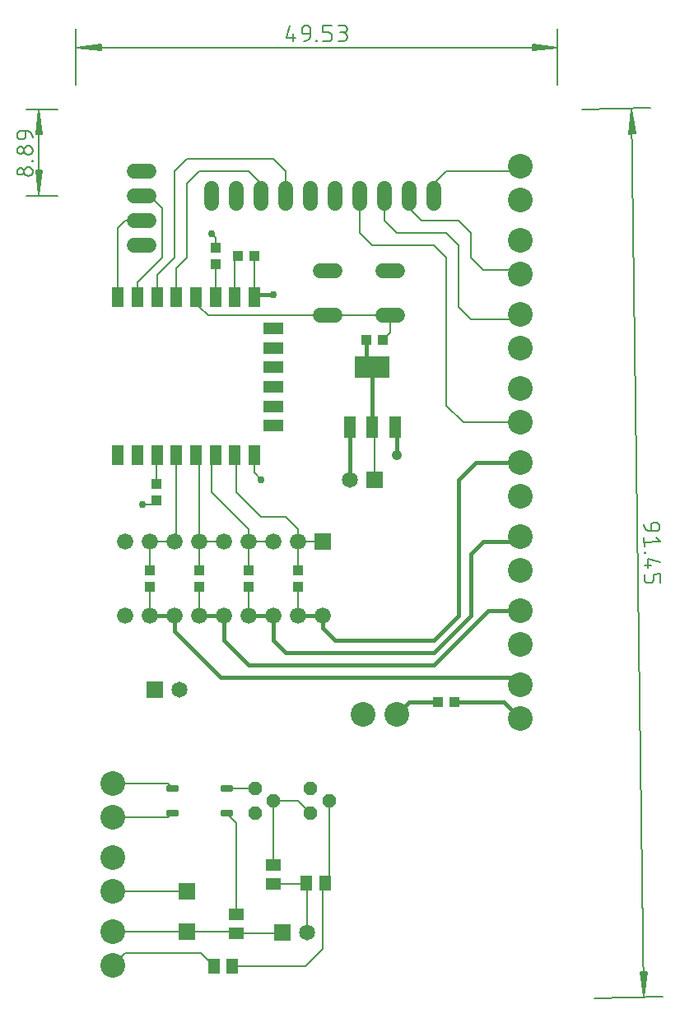
<source format=gbr>
G04 EAGLE Gerber RS-274X export*
G75*
%MOMM*%
%FSLAX34Y34*%
%LPD*%
%INTop Copper*%
%IPPOS*%
%AMOC8*
5,1,8,0,0,1.08239X$1,22.5*%
G01*
%ADD10C,0.130000*%
%ADD11C,0.152400*%
%ADD12R,1.100000X1.000000*%
%ADD13R,1.200000X2.000000*%
%ADD14R,2.000000X1.200000*%
%ADD15R,1.000000X1.100000*%
%ADD16C,2.540000*%
%ADD17C,1.524000*%
%ADD18R,1.219000X2.235000*%
%ADD19R,3.600000X2.200000*%
%ADD20C,1.651000*%
%ADD21R,1.651000X1.651000*%
%ADD22R,1.676400X1.676400*%
%ADD23C,1.676400*%
%ADD24C,0.317500*%
%ADD25R,1.300000X1.500000*%
%ADD26P,1.429621X8X292.500000*%
%ADD27R,1.500000X1.300000*%
%ADD28R,1.700000X1.800000*%
%ADD29C,0.203200*%
%ADD30C,0.756400*%
%ADD31C,0.406400*%
%ADD32C,1.056400*%


D10*
X-50800Y749300D02*
X-50800Y806900D01*
X444500Y806900D02*
X444500Y749300D01*
X443850Y787400D02*
X-50150Y787400D01*
X-24800Y790592D01*
X-24800Y784208D01*
X-50150Y787400D01*
X-24800Y788700D01*
X-24800Y786100D02*
X-50150Y787400D01*
X-24800Y790000D01*
X-24800Y784800D02*
X-50150Y787400D01*
X418500Y790592D02*
X443850Y787400D01*
X418500Y790592D02*
X418500Y784208D01*
X443850Y787400D01*
X418500Y788700D01*
X418500Y786100D02*
X443850Y787400D01*
X418500Y790000D01*
X418500Y784800D02*
X443850Y787400D01*
D11*
X169314Y810163D02*
X165702Y797519D01*
X174733Y797519D01*
X172024Y801132D02*
X172024Y793907D01*
X184946Y801132D02*
X190364Y801132D01*
X184946Y801132D02*
X184828Y801134D01*
X184710Y801140D01*
X184592Y801149D01*
X184475Y801163D01*
X184358Y801180D01*
X184241Y801201D01*
X184126Y801226D01*
X184011Y801255D01*
X183897Y801288D01*
X183785Y801324D01*
X183674Y801364D01*
X183564Y801407D01*
X183455Y801454D01*
X183348Y801504D01*
X183243Y801559D01*
X183140Y801616D01*
X183039Y801677D01*
X182939Y801741D01*
X182842Y801808D01*
X182747Y801878D01*
X182655Y801952D01*
X182564Y802028D01*
X182477Y802108D01*
X182392Y802190D01*
X182310Y802275D01*
X182230Y802362D01*
X182154Y802453D01*
X182080Y802545D01*
X182010Y802640D01*
X181943Y802737D01*
X181879Y802837D01*
X181818Y802938D01*
X181761Y803041D01*
X181706Y803146D01*
X181656Y803253D01*
X181609Y803362D01*
X181566Y803472D01*
X181526Y803583D01*
X181490Y803695D01*
X181457Y803809D01*
X181428Y803924D01*
X181403Y804039D01*
X181382Y804156D01*
X181365Y804273D01*
X181351Y804390D01*
X181342Y804508D01*
X181336Y804626D01*
X181334Y804744D01*
X181333Y804744D02*
X181333Y805647D01*
X181335Y805780D01*
X181341Y805912D01*
X181351Y806044D01*
X181364Y806176D01*
X181382Y806308D01*
X181403Y806438D01*
X181428Y806569D01*
X181457Y806698D01*
X181490Y806826D01*
X181526Y806954D01*
X181566Y807080D01*
X181610Y807205D01*
X181658Y807329D01*
X181709Y807451D01*
X181764Y807572D01*
X181822Y807691D01*
X181884Y807809D01*
X181949Y807924D01*
X182018Y808038D01*
X182089Y808149D01*
X182165Y808258D01*
X182243Y808365D01*
X182324Y808470D01*
X182409Y808572D01*
X182496Y808672D01*
X182586Y808769D01*
X182679Y808864D01*
X182775Y808955D01*
X182873Y809044D01*
X182974Y809130D01*
X183078Y809213D01*
X183184Y809293D01*
X183292Y809369D01*
X183402Y809443D01*
X183515Y809513D01*
X183629Y809580D01*
X183746Y809643D01*
X183864Y809703D01*
X183984Y809760D01*
X184106Y809813D01*
X184229Y809862D01*
X184353Y809908D01*
X184479Y809950D01*
X184606Y809988D01*
X184734Y810023D01*
X184863Y810054D01*
X184992Y810081D01*
X185123Y810104D01*
X185254Y810124D01*
X185386Y810139D01*
X185518Y810151D01*
X185650Y810159D01*
X185783Y810163D01*
X185915Y810163D01*
X186048Y810159D01*
X186180Y810151D01*
X186312Y810139D01*
X186444Y810124D01*
X186575Y810104D01*
X186706Y810081D01*
X186835Y810054D01*
X186964Y810023D01*
X187092Y809988D01*
X187219Y809950D01*
X187345Y809908D01*
X187469Y809862D01*
X187592Y809813D01*
X187714Y809760D01*
X187834Y809703D01*
X187952Y809643D01*
X188069Y809580D01*
X188183Y809513D01*
X188296Y809443D01*
X188406Y809369D01*
X188514Y809293D01*
X188620Y809213D01*
X188724Y809130D01*
X188825Y809044D01*
X188923Y808955D01*
X189019Y808864D01*
X189112Y808769D01*
X189202Y808672D01*
X189289Y808572D01*
X189374Y808470D01*
X189455Y808365D01*
X189533Y808258D01*
X189609Y808149D01*
X189680Y808038D01*
X189749Y807924D01*
X189814Y807809D01*
X189876Y807691D01*
X189934Y807572D01*
X189989Y807451D01*
X190040Y807329D01*
X190088Y807205D01*
X190132Y807080D01*
X190172Y806954D01*
X190208Y806826D01*
X190241Y806698D01*
X190270Y806569D01*
X190295Y806438D01*
X190316Y806308D01*
X190334Y806176D01*
X190347Y806044D01*
X190357Y805912D01*
X190363Y805780D01*
X190365Y805647D01*
X190364Y805647D02*
X190364Y801132D01*
X190362Y800957D01*
X190356Y800783D01*
X190345Y800609D01*
X190330Y800435D01*
X190311Y800261D01*
X190288Y800088D01*
X190261Y799916D01*
X190229Y799744D01*
X190194Y799573D01*
X190154Y799403D01*
X190110Y799234D01*
X190062Y799066D01*
X190010Y798899D01*
X189954Y798734D01*
X189894Y798570D01*
X189831Y798407D01*
X189763Y798247D01*
X189691Y798087D01*
X189616Y797930D01*
X189536Y797774D01*
X189453Y797621D01*
X189367Y797469D01*
X189276Y797320D01*
X189182Y797173D01*
X189085Y797028D01*
X188984Y796885D01*
X188880Y796745D01*
X188772Y796608D01*
X188661Y796473D01*
X188547Y796341D01*
X188430Y796212D01*
X188309Y796085D01*
X188186Y795962D01*
X188059Y795841D01*
X187930Y795724D01*
X187798Y795610D01*
X187663Y795499D01*
X187526Y795391D01*
X187386Y795287D01*
X187243Y795186D01*
X187098Y795089D01*
X186951Y794995D01*
X186802Y794904D01*
X186650Y794818D01*
X186497Y794735D01*
X186341Y794655D01*
X186184Y794580D01*
X186024Y794508D01*
X185864Y794440D01*
X185701Y794377D01*
X185537Y794317D01*
X185372Y794261D01*
X185205Y794209D01*
X185037Y794161D01*
X184868Y794117D01*
X184698Y794077D01*
X184527Y794042D01*
X184355Y794010D01*
X184183Y793983D01*
X184010Y793960D01*
X183836Y793941D01*
X183662Y793926D01*
X183488Y793915D01*
X183314Y793909D01*
X183139Y793907D01*
X196339Y793907D02*
X196339Y794810D01*
X197242Y794810D01*
X197242Y793907D01*
X196339Y793907D01*
X203217Y793907D02*
X208636Y793907D01*
X208754Y793909D01*
X208872Y793915D01*
X208990Y793924D01*
X209107Y793938D01*
X209224Y793955D01*
X209341Y793976D01*
X209456Y794001D01*
X209571Y794030D01*
X209685Y794063D01*
X209797Y794099D01*
X209908Y794139D01*
X210018Y794182D01*
X210127Y794229D01*
X210234Y794279D01*
X210339Y794334D01*
X210442Y794391D01*
X210543Y794452D01*
X210643Y794516D01*
X210740Y794583D01*
X210835Y794653D01*
X210927Y794727D01*
X211018Y794803D01*
X211105Y794883D01*
X211190Y794965D01*
X211272Y795050D01*
X211352Y795137D01*
X211428Y795228D01*
X211502Y795320D01*
X211572Y795415D01*
X211639Y795512D01*
X211703Y795612D01*
X211764Y795713D01*
X211821Y795816D01*
X211876Y795921D01*
X211926Y796028D01*
X211973Y796137D01*
X212016Y796247D01*
X212056Y796358D01*
X212092Y796470D01*
X212125Y796584D01*
X212154Y796699D01*
X212179Y796814D01*
X212200Y796931D01*
X212217Y797048D01*
X212231Y797165D01*
X212240Y797283D01*
X212246Y797401D01*
X212248Y797519D01*
X212248Y799326D01*
X212246Y799444D01*
X212240Y799562D01*
X212231Y799680D01*
X212217Y799797D01*
X212200Y799914D01*
X212179Y800031D01*
X212154Y800146D01*
X212125Y800261D01*
X212092Y800375D01*
X212056Y800487D01*
X212016Y800598D01*
X211973Y800708D01*
X211926Y800817D01*
X211876Y800924D01*
X211821Y801029D01*
X211764Y801132D01*
X211703Y801233D01*
X211639Y801333D01*
X211572Y801430D01*
X211502Y801525D01*
X211428Y801617D01*
X211352Y801708D01*
X211272Y801795D01*
X211190Y801880D01*
X211105Y801962D01*
X211018Y802042D01*
X210927Y802118D01*
X210835Y802192D01*
X210740Y802262D01*
X210643Y802329D01*
X210543Y802393D01*
X210442Y802454D01*
X210339Y802511D01*
X210234Y802566D01*
X210127Y802616D01*
X210018Y802663D01*
X209908Y802706D01*
X209797Y802746D01*
X209685Y802782D01*
X209571Y802815D01*
X209456Y802844D01*
X209341Y802869D01*
X209224Y802890D01*
X209107Y802907D01*
X208990Y802921D01*
X208872Y802930D01*
X208754Y802936D01*
X208636Y802938D01*
X203217Y802938D01*
X203217Y810163D01*
X212248Y810163D01*
X218848Y793907D02*
X223364Y793907D01*
X223497Y793909D01*
X223629Y793915D01*
X223761Y793925D01*
X223893Y793938D01*
X224025Y793956D01*
X224155Y793977D01*
X224286Y794002D01*
X224415Y794031D01*
X224543Y794064D01*
X224671Y794100D01*
X224797Y794140D01*
X224922Y794184D01*
X225046Y794232D01*
X225168Y794283D01*
X225289Y794338D01*
X225408Y794396D01*
X225526Y794458D01*
X225641Y794523D01*
X225755Y794592D01*
X225866Y794663D01*
X225975Y794739D01*
X226082Y794817D01*
X226187Y794898D01*
X226289Y794983D01*
X226389Y795070D01*
X226486Y795160D01*
X226581Y795253D01*
X226672Y795349D01*
X226761Y795447D01*
X226847Y795548D01*
X226930Y795652D01*
X227010Y795758D01*
X227086Y795866D01*
X227160Y795976D01*
X227230Y796089D01*
X227297Y796203D01*
X227360Y796320D01*
X227420Y796438D01*
X227477Y796558D01*
X227530Y796680D01*
X227579Y796803D01*
X227625Y796927D01*
X227667Y797053D01*
X227705Y797180D01*
X227740Y797308D01*
X227771Y797437D01*
X227798Y797566D01*
X227821Y797697D01*
X227841Y797828D01*
X227856Y797960D01*
X227868Y798092D01*
X227876Y798224D01*
X227880Y798357D01*
X227880Y798489D01*
X227876Y798622D01*
X227868Y798754D01*
X227856Y798886D01*
X227841Y799018D01*
X227821Y799149D01*
X227798Y799280D01*
X227771Y799409D01*
X227740Y799538D01*
X227705Y799666D01*
X227667Y799793D01*
X227625Y799919D01*
X227579Y800043D01*
X227530Y800166D01*
X227477Y800288D01*
X227420Y800408D01*
X227360Y800526D01*
X227297Y800643D01*
X227230Y800757D01*
X227160Y800870D01*
X227086Y800980D01*
X227010Y801088D01*
X226930Y801194D01*
X226847Y801298D01*
X226761Y801399D01*
X226672Y801497D01*
X226581Y801593D01*
X226486Y801686D01*
X226389Y801776D01*
X226289Y801863D01*
X226187Y801948D01*
X226082Y802029D01*
X225975Y802107D01*
X225866Y802183D01*
X225755Y802254D01*
X225641Y802323D01*
X225526Y802388D01*
X225408Y802450D01*
X225289Y802508D01*
X225168Y802563D01*
X225046Y802614D01*
X224922Y802662D01*
X224797Y802706D01*
X224671Y802746D01*
X224543Y802782D01*
X224415Y802815D01*
X224286Y802844D01*
X224155Y802869D01*
X224025Y802890D01*
X223893Y802908D01*
X223761Y802921D01*
X223629Y802931D01*
X223497Y802937D01*
X223364Y802939D01*
X224267Y810163D02*
X218848Y810163D01*
X224267Y810163D02*
X224386Y810161D01*
X224506Y810155D01*
X224625Y810145D01*
X224743Y810131D01*
X224862Y810114D01*
X224979Y810092D01*
X225096Y810067D01*
X225211Y810037D01*
X225326Y810004D01*
X225440Y809967D01*
X225552Y809927D01*
X225663Y809882D01*
X225772Y809834D01*
X225880Y809783D01*
X225986Y809728D01*
X226090Y809669D01*
X226192Y809607D01*
X226292Y809542D01*
X226390Y809473D01*
X226486Y809401D01*
X226579Y809326D01*
X226669Y809249D01*
X226757Y809168D01*
X226842Y809084D01*
X226924Y808997D01*
X227004Y808908D01*
X227080Y808816D01*
X227154Y808722D01*
X227224Y808625D01*
X227291Y808527D01*
X227355Y808426D01*
X227415Y808322D01*
X227472Y808217D01*
X227525Y808110D01*
X227575Y808002D01*
X227621Y807892D01*
X227663Y807780D01*
X227702Y807667D01*
X227737Y807553D01*
X227768Y807438D01*
X227796Y807321D01*
X227819Y807204D01*
X227839Y807087D01*
X227855Y806968D01*
X227867Y806849D01*
X227875Y806730D01*
X227879Y806611D01*
X227879Y806491D01*
X227875Y806372D01*
X227867Y806253D01*
X227855Y806134D01*
X227839Y806015D01*
X227819Y805898D01*
X227796Y805781D01*
X227768Y805664D01*
X227737Y805549D01*
X227702Y805435D01*
X227663Y805322D01*
X227621Y805210D01*
X227575Y805100D01*
X227525Y804992D01*
X227472Y804885D01*
X227415Y804780D01*
X227355Y804676D01*
X227291Y804575D01*
X227224Y804477D01*
X227154Y804380D01*
X227080Y804286D01*
X227004Y804194D01*
X226924Y804105D01*
X226842Y804018D01*
X226757Y803934D01*
X226669Y803853D01*
X226579Y803776D01*
X226486Y803701D01*
X226390Y803629D01*
X226292Y803560D01*
X226192Y803495D01*
X226090Y803433D01*
X225986Y803374D01*
X225880Y803319D01*
X225772Y803268D01*
X225663Y803220D01*
X225552Y803175D01*
X225440Y803135D01*
X225326Y803098D01*
X225211Y803065D01*
X225096Y803035D01*
X224979Y803010D01*
X224862Y802988D01*
X224743Y802971D01*
X224625Y802957D01*
X224506Y802947D01*
X224386Y802941D01*
X224267Y802939D01*
X224267Y802938D02*
X220654Y802938D01*
D10*
X-69400Y723900D02*
X-101600Y723900D01*
X-101600Y635000D02*
X-69400Y635000D01*
X-88900Y635650D02*
X-88900Y723250D01*
X-92092Y697900D01*
X-85708Y697900D01*
X-88900Y723250D01*
X-90200Y697900D01*
X-87600Y697900D02*
X-88900Y723250D01*
X-91500Y697900D01*
X-86300Y697900D02*
X-88900Y723250D01*
X-92092Y661000D02*
X-88900Y635650D01*
X-92092Y661000D02*
X-85708Y661000D01*
X-88900Y635650D01*
X-90200Y661000D01*
X-87600Y661000D02*
X-88900Y635650D01*
X-91500Y661000D01*
X-86300Y661000D02*
X-88900Y635650D01*
D11*
X-99923Y655398D02*
X-100056Y655400D01*
X-100188Y655406D01*
X-100320Y655416D01*
X-100452Y655429D01*
X-100584Y655447D01*
X-100714Y655468D01*
X-100845Y655493D01*
X-100974Y655522D01*
X-101102Y655555D01*
X-101230Y655591D01*
X-101356Y655631D01*
X-101481Y655675D01*
X-101605Y655723D01*
X-101727Y655774D01*
X-101848Y655829D01*
X-101967Y655887D01*
X-102085Y655949D01*
X-102200Y656014D01*
X-102314Y656083D01*
X-102425Y656154D01*
X-102534Y656230D01*
X-102641Y656308D01*
X-102746Y656389D01*
X-102848Y656474D01*
X-102948Y656561D01*
X-103045Y656651D01*
X-103140Y656744D01*
X-103231Y656840D01*
X-103320Y656938D01*
X-103406Y657039D01*
X-103489Y657143D01*
X-103569Y657249D01*
X-103645Y657357D01*
X-103719Y657467D01*
X-103789Y657580D01*
X-103856Y657694D01*
X-103919Y657811D01*
X-103979Y657929D01*
X-104036Y658049D01*
X-104089Y658171D01*
X-104138Y658294D01*
X-104184Y658418D01*
X-104226Y658544D01*
X-104264Y658671D01*
X-104299Y658799D01*
X-104330Y658928D01*
X-104357Y659057D01*
X-104380Y659188D01*
X-104400Y659319D01*
X-104415Y659451D01*
X-104427Y659583D01*
X-104435Y659715D01*
X-104439Y659848D01*
X-104439Y659980D01*
X-104435Y660113D01*
X-104427Y660245D01*
X-104415Y660377D01*
X-104400Y660509D01*
X-104380Y660640D01*
X-104357Y660771D01*
X-104330Y660900D01*
X-104299Y661029D01*
X-104264Y661157D01*
X-104226Y661284D01*
X-104184Y661410D01*
X-104138Y661534D01*
X-104089Y661657D01*
X-104036Y661779D01*
X-103979Y661899D01*
X-103919Y662017D01*
X-103856Y662134D01*
X-103789Y662248D01*
X-103719Y662361D01*
X-103645Y662471D01*
X-103569Y662579D01*
X-103489Y662685D01*
X-103406Y662789D01*
X-103320Y662890D01*
X-103231Y662988D01*
X-103140Y663084D01*
X-103045Y663177D01*
X-102948Y663267D01*
X-102848Y663354D01*
X-102746Y663439D01*
X-102641Y663520D01*
X-102534Y663598D01*
X-102425Y663674D01*
X-102314Y663745D01*
X-102200Y663814D01*
X-102085Y663879D01*
X-101967Y663941D01*
X-101848Y663999D01*
X-101727Y664054D01*
X-101605Y664105D01*
X-101481Y664153D01*
X-101356Y664197D01*
X-101230Y664237D01*
X-101102Y664273D01*
X-100974Y664306D01*
X-100845Y664335D01*
X-100714Y664360D01*
X-100584Y664381D01*
X-100452Y664399D01*
X-100320Y664412D01*
X-100188Y664422D01*
X-100056Y664428D01*
X-99923Y664430D01*
X-99790Y664428D01*
X-99658Y664422D01*
X-99526Y664412D01*
X-99394Y664399D01*
X-99262Y664381D01*
X-99132Y664360D01*
X-99001Y664335D01*
X-98872Y664306D01*
X-98744Y664273D01*
X-98616Y664237D01*
X-98490Y664197D01*
X-98365Y664153D01*
X-98241Y664105D01*
X-98119Y664054D01*
X-97998Y663999D01*
X-97879Y663941D01*
X-97761Y663879D01*
X-97646Y663814D01*
X-97532Y663745D01*
X-97421Y663674D01*
X-97312Y663598D01*
X-97205Y663520D01*
X-97100Y663439D01*
X-96998Y663354D01*
X-96898Y663267D01*
X-96801Y663177D01*
X-96706Y663084D01*
X-96615Y662988D01*
X-96526Y662890D01*
X-96440Y662789D01*
X-96357Y662685D01*
X-96277Y662579D01*
X-96201Y662471D01*
X-96127Y662361D01*
X-96057Y662248D01*
X-95990Y662134D01*
X-95927Y662017D01*
X-95867Y661899D01*
X-95810Y661779D01*
X-95757Y661657D01*
X-95708Y661534D01*
X-95662Y661410D01*
X-95620Y661284D01*
X-95582Y661157D01*
X-95547Y661029D01*
X-95516Y660900D01*
X-95489Y660771D01*
X-95466Y660640D01*
X-95446Y660509D01*
X-95431Y660377D01*
X-95419Y660245D01*
X-95411Y660113D01*
X-95407Y659980D01*
X-95407Y659848D01*
X-95411Y659715D01*
X-95419Y659583D01*
X-95431Y659451D01*
X-95446Y659319D01*
X-95466Y659188D01*
X-95489Y659057D01*
X-95516Y658928D01*
X-95547Y658799D01*
X-95582Y658671D01*
X-95620Y658544D01*
X-95662Y658418D01*
X-95708Y658294D01*
X-95757Y658171D01*
X-95810Y658049D01*
X-95867Y657929D01*
X-95927Y657811D01*
X-95990Y657694D01*
X-96057Y657580D01*
X-96127Y657467D01*
X-96201Y657357D01*
X-96277Y657249D01*
X-96357Y657143D01*
X-96440Y657039D01*
X-96526Y656938D01*
X-96615Y656840D01*
X-96706Y656744D01*
X-96801Y656651D01*
X-96898Y656561D01*
X-96998Y656474D01*
X-97100Y656389D01*
X-97205Y656308D01*
X-97312Y656230D01*
X-97421Y656154D01*
X-97532Y656083D01*
X-97646Y656014D01*
X-97761Y655949D01*
X-97879Y655887D01*
X-97998Y655829D01*
X-98119Y655774D01*
X-98241Y655723D01*
X-98365Y655675D01*
X-98490Y655631D01*
X-98616Y655591D01*
X-98744Y655555D01*
X-98872Y655522D01*
X-99001Y655493D01*
X-99132Y655468D01*
X-99262Y655447D01*
X-99394Y655429D01*
X-99526Y655416D01*
X-99658Y655406D01*
X-99790Y655400D01*
X-99923Y655398D01*
X-108051Y656302D02*
X-108170Y656304D01*
X-108290Y656310D01*
X-108409Y656320D01*
X-108527Y656334D01*
X-108646Y656351D01*
X-108763Y656373D01*
X-108880Y656398D01*
X-108995Y656428D01*
X-109110Y656461D01*
X-109224Y656498D01*
X-109336Y656538D01*
X-109447Y656583D01*
X-109556Y656631D01*
X-109664Y656682D01*
X-109770Y656737D01*
X-109874Y656796D01*
X-109976Y656858D01*
X-110076Y656923D01*
X-110174Y656992D01*
X-110270Y657064D01*
X-110363Y657139D01*
X-110453Y657216D01*
X-110541Y657297D01*
X-110626Y657381D01*
X-110708Y657468D01*
X-110788Y657557D01*
X-110864Y657649D01*
X-110938Y657743D01*
X-111008Y657840D01*
X-111075Y657938D01*
X-111139Y658039D01*
X-111199Y658143D01*
X-111256Y658248D01*
X-111309Y658355D01*
X-111359Y658463D01*
X-111405Y658573D01*
X-111447Y658685D01*
X-111486Y658798D01*
X-111521Y658912D01*
X-111552Y659027D01*
X-111580Y659144D01*
X-111603Y659261D01*
X-111623Y659378D01*
X-111639Y659497D01*
X-111651Y659616D01*
X-111659Y659735D01*
X-111663Y659854D01*
X-111663Y659974D01*
X-111659Y660093D01*
X-111651Y660212D01*
X-111639Y660331D01*
X-111623Y660450D01*
X-111603Y660567D01*
X-111580Y660684D01*
X-111552Y660801D01*
X-111521Y660916D01*
X-111486Y661030D01*
X-111447Y661143D01*
X-111405Y661255D01*
X-111359Y661365D01*
X-111309Y661473D01*
X-111256Y661580D01*
X-111199Y661685D01*
X-111139Y661789D01*
X-111075Y661890D01*
X-111008Y661988D01*
X-110938Y662085D01*
X-110864Y662179D01*
X-110788Y662271D01*
X-110708Y662360D01*
X-110626Y662447D01*
X-110541Y662531D01*
X-110453Y662612D01*
X-110363Y662689D01*
X-110270Y662764D01*
X-110174Y662836D01*
X-110076Y662905D01*
X-109976Y662970D01*
X-109874Y663032D01*
X-109770Y663091D01*
X-109664Y663146D01*
X-109556Y663197D01*
X-109447Y663245D01*
X-109336Y663290D01*
X-109224Y663330D01*
X-109110Y663367D01*
X-108995Y663400D01*
X-108880Y663430D01*
X-108763Y663455D01*
X-108646Y663477D01*
X-108527Y663494D01*
X-108409Y663508D01*
X-108290Y663518D01*
X-108170Y663524D01*
X-108051Y663526D01*
X-107932Y663524D01*
X-107812Y663518D01*
X-107693Y663508D01*
X-107575Y663494D01*
X-107456Y663477D01*
X-107339Y663455D01*
X-107222Y663430D01*
X-107107Y663400D01*
X-106992Y663367D01*
X-106878Y663330D01*
X-106766Y663290D01*
X-106655Y663245D01*
X-106546Y663197D01*
X-106438Y663146D01*
X-106332Y663091D01*
X-106228Y663032D01*
X-106126Y662970D01*
X-106026Y662905D01*
X-105928Y662836D01*
X-105832Y662764D01*
X-105739Y662689D01*
X-105649Y662612D01*
X-105561Y662531D01*
X-105476Y662447D01*
X-105394Y662360D01*
X-105314Y662271D01*
X-105238Y662179D01*
X-105164Y662085D01*
X-105094Y661988D01*
X-105027Y661890D01*
X-104963Y661789D01*
X-104903Y661685D01*
X-104846Y661580D01*
X-104793Y661473D01*
X-104743Y661365D01*
X-104697Y661255D01*
X-104655Y661143D01*
X-104616Y661030D01*
X-104581Y660916D01*
X-104550Y660801D01*
X-104522Y660684D01*
X-104499Y660567D01*
X-104479Y660450D01*
X-104463Y660331D01*
X-104451Y660212D01*
X-104443Y660093D01*
X-104439Y659974D01*
X-104439Y659854D01*
X-104443Y659735D01*
X-104451Y659616D01*
X-104463Y659497D01*
X-104479Y659378D01*
X-104499Y659261D01*
X-104522Y659144D01*
X-104550Y659027D01*
X-104581Y658912D01*
X-104616Y658798D01*
X-104655Y658685D01*
X-104697Y658573D01*
X-104743Y658463D01*
X-104793Y658355D01*
X-104846Y658248D01*
X-104903Y658143D01*
X-104963Y658039D01*
X-105027Y657938D01*
X-105094Y657840D01*
X-105164Y657743D01*
X-105238Y657649D01*
X-105314Y657557D01*
X-105394Y657468D01*
X-105476Y657381D01*
X-105561Y657297D01*
X-105649Y657216D01*
X-105739Y657139D01*
X-105832Y657064D01*
X-105928Y656992D01*
X-106026Y656923D01*
X-106126Y656858D01*
X-106228Y656796D01*
X-106332Y656737D01*
X-106438Y656682D01*
X-106546Y656631D01*
X-106655Y656583D01*
X-106766Y656538D01*
X-106878Y656498D01*
X-106992Y656461D01*
X-107107Y656428D01*
X-107222Y656398D01*
X-107339Y656373D01*
X-107456Y656351D01*
X-107575Y656334D01*
X-107693Y656320D01*
X-107812Y656310D01*
X-107932Y656304D01*
X-108051Y656302D01*
X-96310Y670404D02*
X-95407Y670404D01*
X-96310Y670404D02*
X-96310Y671307D01*
X-95407Y671307D01*
X-95407Y670404D01*
X-99923Y677281D02*
X-100056Y677283D01*
X-100188Y677289D01*
X-100320Y677299D01*
X-100452Y677312D01*
X-100584Y677330D01*
X-100714Y677351D01*
X-100845Y677376D01*
X-100974Y677405D01*
X-101102Y677438D01*
X-101230Y677474D01*
X-101356Y677514D01*
X-101481Y677558D01*
X-101605Y677606D01*
X-101727Y677657D01*
X-101848Y677712D01*
X-101967Y677770D01*
X-102085Y677832D01*
X-102200Y677897D01*
X-102314Y677966D01*
X-102425Y678037D01*
X-102534Y678113D01*
X-102641Y678191D01*
X-102746Y678272D01*
X-102848Y678357D01*
X-102948Y678444D01*
X-103045Y678534D01*
X-103140Y678627D01*
X-103231Y678723D01*
X-103320Y678821D01*
X-103406Y678922D01*
X-103489Y679026D01*
X-103569Y679132D01*
X-103645Y679240D01*
X-103719Y679350D01*
X-103789Y679463D01*
X-103856Y679577D01*
X-103919Y679694D01*
X-103979Y679812D01*
X-104036Y679932D01*
X-104089Y680054D01*
X-104138Y680177D01*
X-104184Y680301D01*
X-104226Y680427D01*
X-104264Y680554D01*
X-104299Y680682D01*
X-104330Y680811D01*
X-104357Y680940D01*
X-104380Y681071D01*
X-104400Y681202D01*
X-104415Y681334D01*
X-104427Y681466D01*
X-104435Y681598D01*
X-104439Y681731D01*
X-104439Y681863D01*
X-104435Y681996D01*
X-104427Y682128D01*
X-104415Y682260D01*
X-104400Y682392D01*
X-104380Y682523D01*
X-104357Y682654D01*
X-104330Y682783D01*
X-104299Y682912D01*
X-104264Y683040D01*
X-104226Y683167D01*
X-104184Y683293D01*
X-104138Y683417D01*
X-104089Y683540D01*
X-104036Y683662D01*
X-103979Y683782D01*
X-103919Y683900D01*
X-103856Y684017D01*
X-103789Y684131D01*
X-103719Y684244D01*
X-103645Y684354D01*
X-103569Y684462D01*
X-103489Y684568D01*
X-103406Y684672D01*
X-103320Y684773D01*
X-103231Y684871D01*
X-103140Y684967D01*
X-103045Y685060D01*
X-102948Y685150D01*
X-102848Y685237D01*
X-102746Y685322D01*
X-102641Y685403D01*
X-102534Y685481D01*
X-102425Y685557D01*
X-102314Y685628D01*
X-102200Y685697D01*
X-102085Y685762D01*
X-101967Y685824D01*
X-101848Y685882D01*
X-101727Y685937D01*
X-101605Y685988D01*
X-101481Y686036D01*
X-101356Y686080D01*
X-101230Y686120D01*
X-101102Y686156D01*
X-100974Y686189D01*
X-100845Y686218D01*
X-100714Y686243D01*
X-100584Y686264D01*
X-100452Y686282D01*
X-100320Y686295D01*
X-100188Y686305D01*
X-100056Y686311D01*
X-99923Y686313D01*
X-99790Y686311D01*
X-99658Y686305D01*
X-99526Y686295D01*
X-99394Y686282D01*
X-99262Y686264D01*
X-99132Y686243D01*
X-99001Y686218D01*
X-98872Y686189D01*
X-98744Y686156D01*
X-98616Y686120D01*
X-98490Y686080D01*
X-98365Y686036D01*
X-98241Y685988D01*
X-98119Y685937D01*
X-97998Y685882D01*
X-97879Y685824D01*
X-97761Y685762D01*
X-97646Y685697D01*
X-97532Y685628D01*
X-97421Y685557D01*
X-97312Y685481D01*
X-97205Y685403D01*
X-97100Y685322D01*
X-96998Y685237D01*
X-96898Y685150D01*
X-96801Y685060D01*
X-96706Y684967D01*
X-96615Y684871D01*
X-96526Y684773D01*
X-96440Y684672D01*
X-96357Y684568D01*
X-96277Y684462D01*
X-96201Y684354D01*
X-96127Y684244D01*
X-96057Y684131D01*
X-95990Y684017D01*
X-95927Y683900D01*
X-95867Y683782D01*
X-95810Y683662D01*
X-95757Y683540D01*
X-95708Y683417D01*
X-95662Y683293D01*
X-95620Y683167D01*
X-95582Y683040D01*
X-95547Y682912D01*
X-95516Y682783D01*
X-95489Y682654D01*
X-95466Y682523D01*
X-95446Y682392D01*
X-95431Y682260D01*
X-95419Y682128D01*
X-95411Y681996D01*
X-95407Y681863D01*
X-95407Y681731D01*
X-95411Y681598D01*
X-95419Y681466D01*
X-95431Y681334D01*
X-95446Y681202D01*
X-95466Y681071D01*
X-95489Y680940D01*
X-95516Y680811D01*
X-95547Y680682D01*
X-95582Y680554D01*
X-95620Y680427D01*
X-95662Y680301D01*
X-95708Y680177D01*
X-95757Y680054D01*
X-95810Y679932D01*
X-95867Y679812D01*
X-95927Y679694D01*
X-95990Y679577D01*
X-96057Y679463D01*
X-96127Y679350D01*
X-96201Y679240D01*
X-96277Y679132D01*
X-96357Y679026D01*
X-96440Y678922D01*
X-96526Y678821D01*
X-96615Y678723D01*
X-96706Y678627D01*
X-96801Y678534D01*
X-96898Y678444D01*
X-96998Y678357D01*
X-97100Y678272D01*
X-97205Y678191D01*
X-97312Y678113D01*
X-97421Y678037D01*
X-97532Y677966D01*
X-97646Y677897D01*
X-97761Y677832D01*
X-97879Y677770D01*
X-97998Y677712D01*
X-98119Y677657D01*
X-98241Y677606D01*
X-98365Y677558D01*
X-98490Y677514D01*
X-98616Y677474D01*
X-98744Y677438D01*
X-98872Y677405D01*
X-99001Y677376D01*
X-99132Y677351D01*
X-99262Y677330D01*
X-99394Y677312D01*
X-99526Y677299D01*
X-99658Y677289D01*
X-99790Y677283D01*
X-99923Y677281D01*
X-108051Y678185D02*
X-108170Y678187D01*
X-108290Y678193D01*
X-108409Y678203D01*
X-108527Y678217D01*
X-108646Y678234D01*
X-108763Y678256D01*
X-108880Y678281D01*
X-108995Y678311D01*
X-109110Y678344D01*
X-109224Y678381D01*
X-109336Y678421D01*
X-109447Y678466D01*
X-109556Y678514D01*
X-109664Y678565D01*
X-109770Y678620D01*
X-109874Y678679D01*
X-109976Y678741D01*
X-110076Y678806D01*
X-110174Y678875D01*
X-110270Y678947D01*
X-110363Y679022D01*
X-110453Y679099D01*
X-110541Y679180D01*
X-110626Y679264D01*
X-110708Y679351D01*
X-110788Y679440D01*
X-110864Y679532D01*
X-110938Y679626D01*
X-111008Y679723D01*
X-111075Y679821D01*
X-111139Y679922D01*
X-111199Y680026D01*
X-111256Y680131D01*
X-111309Y680238D01*
X-111359Y680346D01*
X-111405Y680456D01*
X-111447Y680568D01*
X-111486Y680681D01*
X-111521Y680795D01*
X-111552Y680910D01*
X-111580Y681027D01*
X-111603Y681144D01*
X-111623Y681261D01*
X-111639Y681380D01*
X-111651Y681499D01*
X-111659Y681618D01*
X-111663Y681737D01*
X-111663Y681857D01*
X-111659Y681976D01*
X-111651Y682095D01*
X-111639Y682214D01*
X-111623Y682333D01*
X-111603Y682450D01*
X-111580Y682567D01*
X-111552Y682684D01*
X-111521Y682799D01*
X-111486Y682913D01*
X-111447Y683026D01*
X-111405Y683138D01*
X-111359Y683248D01*
X-111309Y683356D01*
X-111256Y683463D01*
X-111199Y683568D01*
X-111139Y683672D01*
X-111075Y683773D01*
X-111008Y683871D01*
X-110938Y683968D01*
X-110864Y684062D01*
X-110788Y684154D01*
X-110708Y684243D01*
X-110626Y684330D01*
X-110541Y684414D01*
X-110453Y684495D01*
X-110363Y684572D01*
X-110270Y684647D01*
X-110174Y684719D01*
X-110076Y684788D01*
X-109976Y684853D01*
X-109874Y684915D01*
X-109770Y684974D01*
X-109664Y685029D01*
X-109556Y685080D01*
X-109447Y685128D01*
X-109336Y685173D01*
X-109224Y685213D01*
X-109110Y685250D01*
X-108995Y685283D01*
X-108880Y685313D01*
X-108763Y685338D01*
X-108646Y685360D01*
X-108527Y685377D01*
X-108409Y685391D01*
X-108290Y685401D01*
X-108170Y685407D01*
X-108051Y685409D01*
X-107932Y685407D01*
X-107812Y685401D01*
X-107693Y685391D01*
X-107575Y685377D01*
X-107456Y685360D01*
X-107339Y685338D01*
X-107222Y685313D01*
X-107107Y685283D01*
X-106992Y685250D01*
X-106878Y685213D01*
X-106766Y685173D01*
X-106655Y685128D01*
X-106546Y685080D01*
X-106438Y685029D01*
X-106332Y684974D01*
X-106228Y684915D01*
X-106126Y684853D01*
X-106026Y684788D01*
X-105928Y684719D01*
X-105832Y684647D01*
X-105739Y684572D01*
X-105649Y684495D01*
X-105561Y684414D01*
X-105476Y684330D01*
X-105394Y684243D01*
X-105314Y684154D01*
X-105238Y684062D01*
X-105164Y683968D01*
X-105094Y683871D01*
X-105027Y683773D01*
X-104963Y683672D01*
X-104903Y683568D01*
X-104846Y683463D01*
X-104793Y683356D01*
X-104743Y683248D01*
X-104697Y683138D01*
X-104655Y683026D01*
X-104616Y682913D01*
X-104581Y682799D01*
X-104550Y682684D01*
X-104522Y682567D01*
X-104499Y682450D01*
X-104479Y682333D01*
X-104463Y682214D01*
X-104451Y682095D01*
X-104443Y681976D01*
X-104439Y681857D01*
X-104439Y681737D01*
X-104443Y681618D01*
X-104451Y681499D01*
X-104463Y681380D01*
X-104479Y681261D01*
X-104499Y681144D01*
X-104522Y681027D01*
X-104550Y680910D01*
X-104581Y680795D01*
X-104616Y680681D01*
X-104655Y680568D01*
X-104697Y680456D01*
X-104743Y680346D01*
X-104793Y680238D01*
X-104846Y680131D01*
X-104903Y680026D01*
X-104963Y679922D01*
X-105027Y679821D01*
X-105094Y679723D01*
X-105164Y679626D01*
X-105238Y679532D01*
X-105314Y679440D01*
X-105394Y679351D01*
X-105476Y679264D01*
X-105561Y679180D01*
X-105649Y679099D01*
X-105739Y679022D01*
X-105832Y678947D01*
X-105928Y678875D01*
X-106026Y678806D01*
X-106126Y678741D01*
X-106228Y678679D01*
X-106332Y678620D01*
X-106438Y678565D01*
X-106546Y678514D01*
X-106655Y678466D01*
X-106766Y678421D01*
X-106878Y678381D01*
X-106992Y678344D01*
X-107107Y678311D01*
X-107222Y678281D01*
X-107339Y678256D01*
X-107456Y678234D01*
X-107575Y678217D01*
X-107693Y678203D01*
X-107812Y678193D01*
X-107932Y678187D01*
X-108051Y678185D01*
X-102632Y696525D02*
X-102632Y701944D01*
X-102632Y696525D02*
X-102634Y696407D01*
X-102640Y696289D01*
X-102649Y696171D01*
X-102663Y696054D01*
X-102680Y695937D01*
X-102701Y695820D01*
X-102726Y695705D01*
X-102755Y695590D01*
X-102788Y695476D01*
X-102824Y695364D01*
X-102864Y695253D01*
X-102907Y695143D01*
X-102954Y695034D01*
X-103004Y694927D01*
X-103059Y694822D01*
X-103116Y694719D01*
X-103177Y694618D01*
X-103241Y694518D01*
X-103308Y694421D01*
X-103378Y694326D01*
X-103452Y694234D01*
X-103528Y694143D01*
X-103608Y694056D01*
X-103690Y693971D01*
X-103775Y693889D01*
X-103862Y693809D01*
X-103953Y693733D01*
X-104045Y693659D01*
X-104140Y693589D01*
X-104237Y693522D01*
X-104337Y693458D01*
X-104438Y693397D01*
X-104541Y693340D01*
X-104646Y693285D01*
X-104753Y693235D01*
X-104862Y693188D01*
X-104972Y693145D01*
X-105083Y693105D01*
X-105195Y693069D01*
X-105309Y693036D01*
X-105424Y693007D01*
X-105539Y692982D01*
X-105656Y692961D01*
X-105773Y692944D01*
X-105890Y692930D01*
X-106008Y692921D01*
X-106126Y692915D01*
X-106244Y692913D01*
X-107147Y692913D01*
X-107280Y692915D01*
X-107412Y692921D01*
X-107544Y692931D01*
X-107676Y692944D01*
X-107808Y692962D01*
X-107938Y692983D01*
X-108069Y693008D01*
X-108198Y693037D01*
X-108326Y693070D01*
X-108454Y693106D01*
X-108580Y693146D01*
X-108705Y693190D01*
X-108829Y693238D01*
X-108951Y693289D01*
X-109072Y693344D01*
X-109191Y693402D01*
X-109309Y693464D01*
X-109424Y693529D01*
X-109538Y693598D01*
X-109649Y693669D01*
X-109758Y693745D01*
X-109865Y693823D01*
X-109970Y693904D01*
X-110072Y693989D01*
X-110172Y694076D01*
X-110269Y694166D01*
X-110364Y694259D01*
X-110455Y694355D01*
X-110544Y694453D01*
X-110630Y694554D01*
X-110713Y694658D01*
X-110793Y694764D01*
X-110869Y694872D01*
X-110943Y694982D01*
X-111013Y695095D01*
X-111080Y695209D01*
X-111143Y695326D01*
X-111203Y695444D01*
X-111260Y695564D01*
X-111313Y695686D01*
X-111362Y695809D01*
X-111408Y695933D01*
X-111450Y696059D01*
X-111488Y696186D01*
X-111523Y696314D01*
X-111554Y696443D01*
X-111581Y696572D01*
X-111604Y696703D01*
X-111624Y696834D01*
X-111639Y696966D01*
X-111651Y697098D01*
X-111659Y697230D01*
X-111663Y697363D01*
X-111663Y697495D01*
X-111659Y697628D01*
X-111651Y697760D01*
X-111639Y697892D01*
X-111624Y698024D01*
X-111604Y698155D01*
X-111581Y698286D01*
X-111554Y698415D01*
X-111523Y698544D01*
X-111488Y698672D01*
X-111450Y698799D01*
X-111408Y698925D01*
X-111362Y699049D01*
X-111313Y699172D01*
X-111260Y699294D01*
X-111203Y699414D01*
X-111143Y699532D01*
X-111080Y699649D01*
X-111013Y699763D01*
X-110943Y699876D01*
X-110869Y699986D01*
X-110793Y700094D01*
X-110713Y700200D01*
X-110630Y700304D01*
X-110544Y700405D01*
X-110455Y700503D01*
X-110364Y700599D01*
X-110269Y700692D01*
X-110172Y700782D01*
X-110072Y700869D01*
X-109970Y700954D01*
X-109865Y701035D01*
X-109758Y701113D01*
X-109649Y701189D01*
X-109538Y701260D01*
X-109424Y701329D01*
X-109309Y701394D01*
X-109191Y701456D01*
X-109072Y701514D01*
X-108951Y701569D01*
X-108829Y701620D01*
X-108705Y701668D01*
X-108580Y701712D01*
X-108454Y701752D01*
X-108326Y701788D01*
X-108198Y701821D01*
X-108069Y701850D01*
X-107938Y701875D01*
X-107808Y701896D01*
X-107676Y701914D01*
X-107544Y701927D01*
X-107412Y701937D01*
X-107280Y701943D01*
X-107147Y701945D01*
X-107147Y701944D02*
X-102632Y701944D01*
X-102457Y701942D01*
X-102283Y701936D01*
X-102109Y701925D01*
X-101935Y701910D01*
X-101761Y701891D01*
X-101588Y701868D01*
X-101416Y701841D01*
X-101244Y701809D01*
X-101073Y701774D01*
X-100903Y701734D01*
X-100734Y701690D01*
X-100566Y701642D01*
X-100399Y701590D01*
X-100234Y701534D01*
X-100070Y701474D01*
X-99907Y701411D01*
X-99747Y701343D01*
X-99587Y701271D01*
X-99430Y701196D01*
X-99274Y701116D01*
X-99121Y701033D01*
X-98969Y700947D01*
X-98820Y700856D01*
X-98673Y700762D01*
X-98528Y700665D01*
X-98385Y700564D01*
X-98245Y700460D01*
X-98108Y700352D01*
X-97973Y700241D01*
X-97841Y700127D01*
X-97712Y700010D01*
X-97585Y699889D01*
X-97462Y699766D01*
X-97341Y699639D01*
X-97224Y699510D01*
X-97110Y699378D01*
X-96999Y699243D01*
X-96891Y699106D01*
X-96787Y698966D01*
X-96686Y698823D01*
X-96589Y698678D01*
X-96495Y698531D01*
X-96404Y698382D01*
X-96318Y698230D01*
X-96235Y698077D01*
X-96155Y697921D01*
X-96080Y697764D01*
X-96008Y697604D01*
X-95940Y697444D01*
X-95877Y697281D01*
X-95817Y697117D01*
X-95761Y696952D01*
X-95709Y696785D01*
X-95661Y696617D01*
X-95617Y696448D01*
X-95577Y696278D01*
X-95542Y696107D01*
X-95510Y695935D01*
X-95483Y695763D01*
X-95460Y695590D01*
X-95441Y695416D01*
X-95426Y695242D01*
X-95415Y695068D01*
X-95409Y694894D01*
X-95407Y694719D01*
D10*
X482600Y-190500D02*
X552888Y-189524D01*
X540188Y724876D02*
X469900Y723900D01*
X520699Y723956D02*
X533381Y-189145D01*
X536221Y-163753D01*
X529837Y-163841D01*
X533381Y-189145D01*
X534329Y-163779D01*
X531729Y-163815D02*
X533381Y-189145D01*
X535629Y-163761D01*
X530429Y-163833D02*
X533381Y-189145D01*
X524243Y698652D02*
X520699Y723956D01*
X524243Y698652D02*
X517859Y698564D01*
X520699Y723956D01*
X522351Y698626D01*
X519751Y698590D02*
X520699Y723956D01*
X523651Y698644D01*
X518452Y698572D02*
X520699Y723956D01*
D11*
X540389Y295130D02*
X540464Y289711D01*
X540389Y295130D02*
X540390Y295248D01*
X540394Y295366D01*
X540402Y295484D01*
X540414Y295601D01*
X540429Y295719D01*
X540449Y295835D01*
X540472Y295951D01*
X540499Y296066D01*
X540530Y296180D01*
X540565Y296293D01*
X540603Y296405D01*
X540645Y296516D01*
X540690Y296625D01*
X540740Y296732D01*
X540792Y296838D01*
X540848Y296942D01*
X540907Y297044D01*
X540970Y297145D01*
X541036Y297243D01*
X541105Y297339D01*
X541177Y297432D01*
X541252Y297523D01*
X541331Y297612D01*
X541412Y297698D01*
X541495Y297782D01*
X541582Y297862D01*
X541671Y297940D01*
X541762Y298015D01*
X541856Y298086D01*
X541953Y298155D01*
X542051Y298220D01*
X542152Y298283D01*
X542254Y298341D01*
X542358Y298397D01*
X542465Y298449D01*
X542572Y298497D01*
X542682Y298542D01*
X542792Y298584D01*
X542904Y298621D01*
X543018Y298656D01*
X543132Y298686D01*
X543247Y298712D01*
X543363Y298735D01*
X543480Y298754D01*
X543597Y298769D01*
X543714Y298781D01*
X543832Y298788D01*
X543951Y298792D01*
X543950Y298792D02*
X544853Y298805D01*
X544853Y298806D02*
X544987Y298805D01*
X545121Y298801D01*
X545254Y298793D01*
X545388Y298781D01*
X545520Y298765D01*
X545653Y298745D01*
X545784Y298722D01*
X545915Y298694D01*
X546045Y298662D01*
X546175Y298627D01*
X546303Y298588D01*
X546429Y298545D01*
X546555Y298498D01*
X546679Y298448D01*
X546801Y298394D01*
X546922Y298336D01*
X547041Y298275D01*
X547158Y298210D01*
X547273Y298142D01*
X547386Y298070D01*
X547497Y297996D01*
X547606Y297917D01*
X547712Y297836D01*
X547816Y297752D01*
X547917Y297664D01*
X548016Y297574D01*
X548112Y297481D01*
X548205Y297384D01*
X548295Y297286D01*
X548383Y297184D01*
X548467Y297080D01*
X548548Y296974D01*
X548626Y296865D01*
X548701Y296754D01*
X548772Y296641D01*
X548840Y296525D01*
X548905Y296408D01*
X548966Y296289D01*
X549023Y296168D01*
X549077Y296045D01*
X549127Y295921D01*
X549174Y295796D01*
X549216Y295669D01*
X549255Y295541D01*
X549290Y295412D01*
X549322Y295282D01*
X549349Y295151D01*
X549373Y295019D01*
X549392Y294887D01*
X549408Y294754D01*
X549420Y294620D01*
X549428Y294487D01*
X549432Y294353D01*
X549431Y294219D01*
X549427Y294085D01*
X549419Y293952D01*
X549407Y293819D01*
X549391Y293686D01*
X549372Y293553D01*
X549348Y293422D01*
X549320Y293291D01*
X549288Y293161D01*
X549253Y293032D01*
X549214Y292904D01*
X549171Y292777D01*
X549124Y292651D01*
X549074Y292527D01*
X549020Y292405D01*
X548962Y292284D01*
X548901Y292165D01*
X548836Y292048D01*
X548768Y291933D01*
X548696Y291820D01*
X548622Y291709D01*
X548543Y291600D01*
X548462Y291494D01*
X548378Y291390D01*
X548290Y291289D01*
X548200Y291190D01*
X548107Y291094D01*
X548010Y291001D01*
X547912Y290911D01*
X547810Y290823D01*
X547706Y290739D01*
X547600Y290658D01*
X547491Y290580D01*
X547380Y290505D01*
X547267Y290434D01*
X547151Y290366D01*
X547034Y290302D01*
X546915Y290241D01*
X546794Y290183D01*
X546672Y290129D01*
X546547Y290079D01*
X546422Y290033D01*
X546295Y289990D01*
X546167Y289951D01*
X546038Y289916D01*
X545908Y289884D01*
X545777Y289857D01*
X545645Y289833D01*
X545513Y289814D01*
X545380Y289798D01*
X545247Y289786D01*
X545113Y289778D01*
X544979Y289774D01*
X544979Y289775D02*
X540464Y289711D01*
X540464Y289712D02*
X540287Y289711D01*
X540109Y289715D01*
X539932Y289724D01*
X539755Y289737D01*
X539579Y289754D01*
X539403Y289775D01*
X539227Y289801D01*
X539053Y289831D01*
X538879Y289865D01*
X538705Y289904D01*
X538533Y289946D01*
X538362Y289994D01*
X538193Y290045D01*
X538024Y290100D01*
X537857Y290159D01*
X537692Y290223D01*
X537528Y290291D01*
X537365Y290362D01*
X537205Y290438D01*
X537046Y290517D01*
X536890Y290601D01*
X536735Y290688D01*
X536583Y290779D01*
X536433Y290873D01*
X536286Y290971D01*
X536141Y291073D01*
X535998Y291179D01*
X535858Y291288D01*
X535721Y291400D01*
X535586Y291515D01*
X535455Y291634D01*
X535326Y291756D01*
X535200Y291881D01*
X535078Y292010D01*
X534959Y292141D01*
X534843Y292275D01*
X534730Y292412D01*
X534620Y292551D01*
X534515Y292694D01*
X534412Y292839D01*
X534314Y292986D01*
X534218Y293135D01*
X534127Y293287D01*
X534039Y293442D01*
X533955Y293598D01*
X533875Y293756D01*
X533799Y293916D01*
X533727Y294078D01*
X533659Y294242D01*
X533595Y294407D01*
X533535Y294574D01*
X533479Y294742D01*
X533427Y294912D01*
X533380Y295083D01*
X533336Y295255D01*
X533297Y295428D01*
X533262Y295602D01*
X533232Y295776D01*
X533205Y295952D01*
X533183Y296127D01*
X533166Y296304D01*
X533152Y296481D01*
X533143Y296658D01*
X533139Y296835D01*
X545975Y283188D02*
X549650Y278723D01*
X533395Y278496D01*
X533332Y283011D02*
X533458Y273981D01*
X533542Y268007D02*
X534445Y268019D01*
X534457Y267116D01*
X533554Y267104D01*
X533542Y268007D01*
X537250Y261180D02*
X549943Y257744D01*
X537250Y261180D02*
X537376Y252150D01*
X540950Y254909D02*
X533726Y254808D01*
X533856Y245500D02*
X533932Y240082D01*
X533936Y239963D01*
X533943Y239845D01*
X533955Y239728D01*
X533970Y239611D01*
X533989Y239494D01*
X534012Y239378D01*
X534038Y239263D01*
X534068Y239149D01*
X534103Y239035D01*
X534140Y238923D01*
X534182Y238813D01*
X534227Y238703D01*
X534275Y238596D01*
X534327Y238489D01*
X534383Y238385D01*
X534441Y238283D01*
X534504Y238182D01*
X534569Y238084D01*
X534638Y237987D01*
X534709Y237893D01*
X534784Y237802D01*
X534862Y237713D01*
X534942Y237626D01*
X535026Y237543D01*
X535112Y237462D01*
X535201Y237383D01*
X535292Y237308D01*
X535385Y237236D01*
X535481Y237167D01*
X535579Y237101D01*
X535680Y237038D01*
X535782Y236979D01*
X535886Y236923D01*
X535992Y236871D01*
X536099Y236821D01*
X536208Y236776D01*
X536319Y236734D01*
X536431Y236696D01*
X536544Y236661D01*
X536658Y236630D01*
X536773Y236603D01*
X536889Y236580D01*
X537005Y236560D01*
X537123Y236545D01*
X537240Y236533D01*
X537358Y236525D01*
X537476Y236521D01*
X537594Y236520D01*
X539400Y236545D01*
X539519Y236549D01*
X539637Y236556D01*
X539754Y236568D01*
X539871Y236583D01*
X539988Y236602D01*
X540104Y236625D01*
X540219Y236651D01*
X540333Y236681D01*
X540447Y236716D01*
X540559Y236753D01*
X540669Y236795D01*
X540779Y236840D01*
X540886Y236888D01*
X540993Y236940D01*
X541097Y236996D01*
X541199Y237054D01*
X541300Y237117D01*
X541398Y237182D01*
X541495Y237251D01*
X541589Y237322D01*
X541680Y237397D01*
X541769Y237475D01*
X541856Y237555D01*
X541939Y237639D01*
X542020Y237725D01*
X542099Y237814D01*
X542174Y237905D01*
X542246Y237998D01*
X542315Y238094D01*
X542381Y238192D01*
X542444Y238293D01*
X542503Y238395D01*
X542559Y238499D01*
X542611Y238605D01*
X542661Y238712D01*
X542706Y238821D01*
X542748Y238932D01*
X542786Y239044D01*
X542821Y239157D01*
X542852Y239271D01*
X542879Y239386D01*
X542902Y239502D01*
X542922Y239618D01*
X542937Y239736D01*
X542949Y239853D01*
X542957Y239971D01*
X542961Y240089D01*
X542962Y240207D01*
X542962Y240208D02*
X542886Y245626D01*
X550110Y245727D01*
X550236Y236697D01*
D12*
X31750Y321700D03*
X31750Y338700D03*
D13*
X132400Y368300D03*
X112400Y368300D03*
X92400Y368300D03*
X72400Y368300D03*
X52400Y368300D03*
X32400Y368300D03*
X12400Y368300D03*
X-7600Y368300D03*
X132400Y530300D03*
X112400Y530300D03*
X92400Y530300D03*
X72400Y530300D03*
X52400Y530300D03*
X32400Y530300D03*
X12400Y530300D03*
X-7600Y530300D03*
D14*
X152400Y478300D03*
X152400Y398300D03*
X152400Y418300D03*
X152400Y498300D03*
X152400Y438300D03*
X152400Y458300D03*
D15*
X115960Y572770D03*
X132960Y572770D03*
D12*
X92710Y581270D03*
X92710Y564270D03*
D15*
X248040Y486410D03*
X265040Y486410D03*
D16*
X244120Y101600D03*
X279120Y101600D03*
D17*
X215138Y557276D02*
X199898Y557276D01*
X199898Y512064D02*
X215138Y512064D01*
X264922Y557276D02*
X280162Y557276D01*
X280162Y512064D02*
X264922Y512064D01*
X24130Y660400D02*
X8890Y660400D01*
X8890Y635000D02*
X24130Y635000D01*
X24130Y609600D02*
X8890Y609600D01*
X8890Y584200D02*
X24130Y584200D01*
D18*
X230890Y397000D03*
X254000Y397000D03*
X277110Y397000D03*
D19*
X254000Y458980D03*
D20*
X55880Y127000D03*
D21*
X30480Y127000D03*
D20*
X231140Y342900D03*
D21*
X256540Y342900D03*
D16*
X406400Y401600D03*
X406400Y436600D03*
X406400Y360400D03*
X406400Y325400D03*
X406400Y630200D03*
X406400Y665200D03*
X406400Y589000D03*
X406400Y554000D03*
X406400Y131800D03*
X406400Y96800D03*
X406400Y284200D03*
X406400Y249200D03*
X406400Y208000D03*
X406400Y173000D03*
X406400Y477800D03*
X406400Y512800D03*
D22*
X203200Y279400D03*
D23*
X177800Y279400D03*
X152400Y279400D03*
X127000Y279400D03*
X101600Y279400D03*
X76200Y279400D03*
X50800Y279400D03*
X25400Y279400D03*
X0Y279400D03*
X0Y203200D03*
X25400Y203200D03*
X50800Y203200D03*
X76200Y203200D03*
X101600Y203200D03*
X127000Y203200D03*
X152400Y203200D03*
X177800Y203200D03*
X203200Y203200D03*
D17*
X88900Y627380D02*
X88900Y642620D01*
X114300Y642620D02*
X114300Y627380D01*
X139700Y627380D02*
X139700Y642620D01*
X165100Y642620D02*
X165100Y627380D01*
X190500Y627380D02*
X190500Y642620D01*
X215900Y642620D02*
X215900Y627380D01*
X241300Y627380D02*
X241300Y642620D01*
X266700Y642620D02*
X266700Y627380D01*
X292100Y627380D02*
X292100Y642620D01*
X317500Y642620D02*
X317500Y627380D01*
D24*
X53023Y1588D02*
X43497Y1588D01*
X53023Y1588D02*
X53023Y-1588D01*
X43497Y-1588D01*
X43497Y1588D01*
X43497Y1428D02*
X53023Y1428D01*
X53023Y26988D02*
X43497Y26988D01*
X53023Y26988D02*
X53023Y23812D01*
X43497Y23812D01*
X43497Y26988D01*
X43497Y26828D02*
X53023Y26828D01*
X99377Y26988D02*
X108903Y26988D01*
X108903Y23812D01*
X99377Y23812D01*
X99377Y26988D01*
X99377Y26828D02*
X108903Y26828D01*
X108903Y1588D02*
X99377Y1588D01*
X108903Y1588D02*
X108903Y-1588D01*
X99377Y-1588D01*
X99377Y1588D01*
X99377Y1428D02*
X108903Y1428D01*
D25*
X90830Y-157480D03*
X109830Y-157480D03*
D26*
X190500Y25400D03*
X209550Y12700D03*
X190500Y0D03*
X133350Y25400D03*
X152400Y12700D03*
X133350Y0D03*
D27*
X152400Y-73000D03*
X152400Y-54000D03*
D25*
X186080Y-72390D03*
X205080Y-72390D03*
D27*
X114300Y-104800D03*
X114300Y-123800D03*
D16*
X-12700Y-4800D03*
X-12700Y30200D03*
X-12700Y-81000D03*
X-12700Y-46000D03*
X-12700Y-157200D03*
X-12700Y-122200D03*
D21*
X161490Y-123190D03*
D20*
X186490Y-123190D03*
D28*
X63500Y-122100D03*
X63500Y-81100D03*
D12*
X25400Y249800D03*
X25400Y232800D03*
X76200Y249800D03*
X76200Y232800D03*
X127000Y249800D03*
X127000Y232800D03*
X177800Y249800D03*
X177800Y232800D03*
D15*
X321700Y114300D03*
X338700Y114300D03*
D11*
X132400Y530300D02*
X132400Y533400D01*
D29*
X132960Y533960D02*
X132960Y572770D01*
X132960Y533960D02*
X132400Y533400D01*
D30*
X152400Y533400D03*
D31*
X133520Y533400D01*
X132960Y533960D01*
X230890Y343150D02*
X231140Y342900D01*
X230890Y343150D02*
X230890Y397000D01*
D29*
X185470Y-73000D02*
X152400Y-73000D01*
X185470Y-73000D02*
X186080Y-72390D01*
X186490Y-72800D02*
X186490Y-123190D01*
X186490Y-72800D02*
X186080Y-72390D01*
X112400Y569210D02*
X115960Y572770D01*
X112400Y569210D02*
X112400Y530300D01*
X31750Y367650D02*
X31750Y338700D01*
X31750Y367650D02*
X32400Y368300D01*
D11*
X92400Y563960D02*
X92710Y564270D01*
D29*
X92400Y563960D02*
X92400Y530300D01*
X32400Y530300D02*
X32400Y553100D01*
X50800Y660400D02*
X63500Y673100D01*
X152400Y673100D01*
X165100Y660400D01*
X165100Y635000D01*
X50800Y571500D02*
X32400Y553100D01*
X50800Y571500D02*
X50800Y660400D01*
X52400Y560400D02*
X52400Y530300D01*
X52400Y560400D02*
X63500Y571500D01*
X63500Y647700D01*
X76200Y660400D01*
X127000Y660400D01*
X139700Y647700D02*
X139700Y635000D01*
X139700Y647700D02*
X127000Y660400D01*
X72400Y530300D02*
X76200Y526500D01*
X76200Y520700D01*
X85090Y511810D01*
X207264Y511810D01*
X207518Y512064D01*
X272660Y511946D02*
X272660Y494030D01*
X265040Y486410D01*
X272542Y512064D02*
X207518Y512064D01*
X272542Y512064D02*
X272660Y511946D01*
X38100Y571500D02*
X38100Y622300D01*
X25400Y635000D01*
X16510Y635000D01*
X38100Y571500D02*
X12400Y545800D01*
X12400Y530300D01*
X-7600Y530300D02*
X-7600Y602000D01*
X0Y609600D01*
X16510Y609600D01*
D31*
X277110Y397000D02*
X279400Y394710D01*
X279400Y368300D01*
D32*
X279400Y368300D03*
D31*
X291820Y114300D02*
X321700Y114300D01*
X291820Y114300D02*
X279120Y101600D01*
D29*
X256540Y394460D02*
X254000Y397000D01*
X139700Y342900D02*
X132400Y350200D01*
X132400Y368300D01*
D30*
X88900Y595630D03*
X17780Y317500D03*
X139700Y342900D03*
D31*
X248040Y463940D02*
X248040Y486410D01*
X248040Y463940D02*
X241300Y457200D01*
X252220Y457200D01*
X254000Y458980D01*
X254000Y397000D01*
D29*
X92710Y591820D02*
X88900Y595630D01*
X92710Y591820D02*
X92710Y581270D01*
X256540Y394460D02*
X256540Y342900D01*
X31750Y321700D02*
X27550Y317500D01*
X17780Y317500D01*
X52400Y281000D02*
X52400Y368300D01*
X52400Y281000D02*
X50800Y279400D01*
X25400Y279400D01*
X25400Y249800D01*
X76200Y364500D02*
X72400Y368300D01*
X76200Y364500D02*
X76200Y279400D01*
X101600Y279400D01*
X76200Y279400D02*
X76200Y249800D01*
X88900Y364800D02*
X92400Y368300D01*
X88900Y364800D02*
X88900Y330200D01*
X127000Y292100D02*
X127000Y279400D01*
X127000Y292100D02*
X88900Y330200D01*
X127000Y279400D02*
X152400Y279400D01*
X127000Y279400D02*
X127000Y249800D01*
X114300Y366400D02*
X112400Y368300D01*
X114300Y366400D02*
X114300Y330200D01*
X139700Y304800D01*
X165100Y304800D01*
X177800Y292100D01*
X177800Y279400D01*
X203200Y279400D01*
X177800Y279400D02*
X177800Y249800D01*
D31*
X203200Y203200D02*
X203200Y190500D01*
X215900Y177800D01*
X317500Y177800D01*
X342900Y203200D01*
X342900Y342900D01*
X360400Y360400D01*
X406400Y360400D01*
X203200Y203200D02*
X177800Y203200D01*
D29*
X177800Y232800D01*
D31*
X152400Y203200D02*
X152400Y177800D01*
X401600Y279400D02*
X406400Y284200D01*
X401600Y279400D02*
X368300Y279400D01*
X355600Y266700D01*
X355600Y203200D02*
X317500Y165100D01*
X165100Y165100D01*
X152400Y177800D01*
X355600Y203200D02*
X355600Y266700D01*
X152400Y203200D02*
X127000Y203200D01*
D29*
X127000Y232800D01*
D31*
X101600Y203200D02*
X101600Y177800D01*
X127000Y152400D01*
X317500Y152400D01*
X373100Y208000D02*
X406400Y208000D01*
X373100Y208000D02*
X317500Y152400D01*
X101600Y203200D02*
X76200Y203200D01*
D29*
X76200Y232800D01*
D31*
X50800Y186690D02*
X98070Y139420D01*
X398780Y139420D02*
X406400Y131800D01*
X398780Y139420D02*
X98070Y139420D01*
X50800Y186690D02*
X50800Y203200D01*
X25400Y203200D01*
D29*
X25400Y232800D01*
X241300Y596900D02*
X241300Y635000D01*
X241300Y596900D02*
X254000Y584200D01*
X317500Y584200D01*
X330200Y571500D01*
X347700Y401600D02*
X406400Y401600D01*
X330200Y419100D02*
X330200Y571500D01*
X330200Y419100D02*
X347700Y401600D01*
X266700Y609600D02*
X266700Y635000D01*
X279400Y596900D02*
X330200Y596900D01*
X342900Y584200D01*
X279400Y596900D02*
X266700Y609600D01*
X342900Y584200D02*
X342900Y520700D01*
X401600Y508000D02*
X406400Y512800D01*
X401600Y508000D02*
X355600Y508000D01*
X342900Y520700D01*
X368300Y558800D02*
X355600Y571500D01*
X401600Y558800D02*
X406400Y554000D01*
X401600Y558800D02*
X368300Y558800D01*
X292100Y622300D02*
X292100Y635000D01*
X292100Y622300D02*
X304800Y609600D01*
X342900Y609600D01*
X355600Y596900D01*
X355600Y571500D01*
X401600Y660400D02*
X406400Y665200D01*
X317500Y647700D02*
X317500Y635000D01*
X317500Y647700D02*
X330200Y660400D01*
X401600Y660400D01*
X185420Y-157480D02*
X109830Y-157480D01*
X201600Y-77800D02*
X203200Y-79400D01*
X206045Y-73355D02*
X205080Y-72390D01*
X203200Y-139700D02*
X185420Y-157480D01*
X203200Y-139700D02*
X203200Y-79400D01*
X209550Y-69850D02*
X209550Y12700D01*
X209550Y-69850D02*
X206045Y-73355D01*
X201600Y-77800D01*
X152400Y-54000D02*
X152400Y12700D01*
X177800Y12700D02*
X190500Y0D01*
X177800Y12700D02*
X152400Y12700D01*
X133350Y25400D02*
X104140Y25400D01*
X63400Y-122200D02*
X-12700Y-122200D01*
X63400Y-122200D02*
X63500Y-122100D01*
X112600Y-122100D01*
X114300Y-123800D01*
X160880Y-123800D01*
X161490Y-123190D01*
X114300Y-10160D02*
X104140Y0D01*
X114300Y-10160D02*
X114300Y-104800D01*
X77850Y-144500D02*
X0Y-144500D01*
X-12700Y-157200D01*
X77850Y-144500D02*
X90830Y-157480D01*
X43460Y-4800D02*
X-12700Y-4800D01*
X43460Y-4800D02*
X48260Y0D01*
X63400Y-81000D02*
X-12700Y-81000D01*
X63400Y-81000D02*
X63500Y-81100D01*
X43460Y30200D02*
X-12700Y30200D01*
X43460Y30200D02*
X48260Y25400D01*
D31*
X338700Y114300D02*
X388900Y114300D01*
X406400Y96800D01*
M02*

</source>
